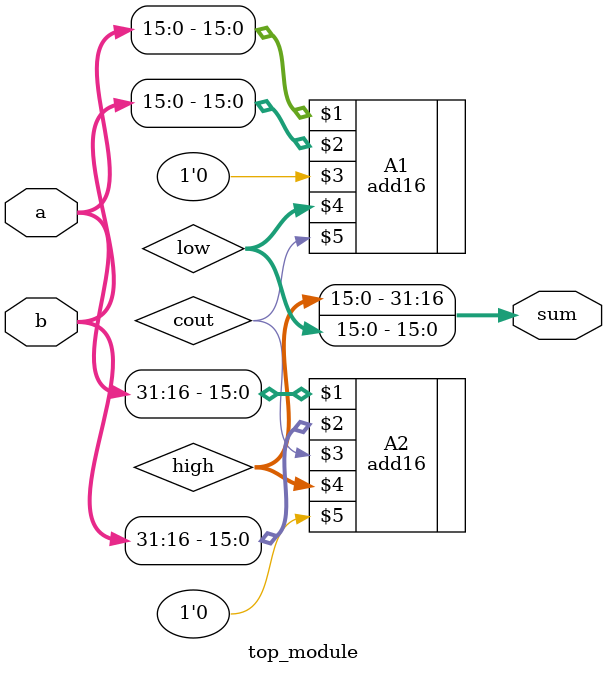
<source format=v>
module top_module(
    input [31:0] a,
    input [31:0] b,
    output [31:0] sum
);
    wire [15:0] high,low;
    wire cout;
    
    add16 A1(a[15:0],b[15:0],1'b0,low[15:0],cout);
    add16 A2(a[31:16],b[31:16],cout,high[15:0],1'b0);
    
    assign sum[31:0]={high[15:0],low[15:0]};
    

endmodule

</source>
